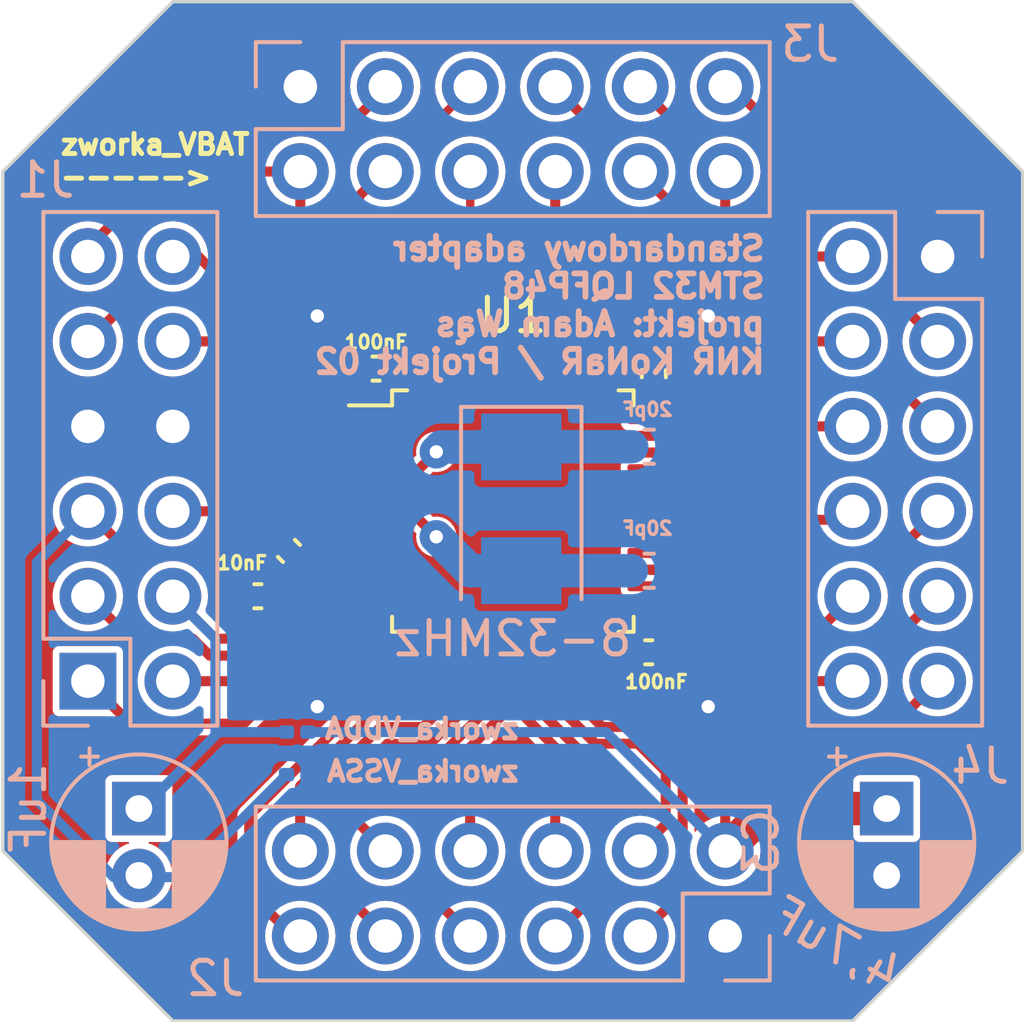
<source format=kicad_pcb>
(kicad_pcb (version 20221018) (generator pcbnew)
  (layers (0 "F.Cu" signal) (31 "B.Cu" signal) (34 "B.Paste" user) (35 "F.Paste" user) (36 "B.SilkS" user "B.Silkscreen") (37 "F.SilkS" user "F.Silkscreen") (38 "B.Mask" user) (39 "F.Mask" user) (44 "Edge.Cuts" user))
  (net 0 "")
  (net 1 "VBAT")
  (net 2 "PC13")
  (net 3 "PC14")
  (net 4 "PC15")
  (net 5 "Net-(U1-PF0)")
  (net 6 "NRST")
  (net 7 "VSSA")
  (net 8 "VDDA")
  (net 9 "PA0")
  (net 10 "PA1")
  (net 11 "PA2")
  (net 12 "PA3")
  (net 13 "PA4")
  (net 14 "PA5")
  (net 15 "PA6")
  (net 16 "PA7")
  (net 17 "PB0")
  (net 18 "PB1")
  (net 19 "PB2")
  (net 20 "PB10")
  (net 21 "PB11")
  (net 22 "VDD")
  (net 23 "PB12")
  (net 24 "PB13")
  (net 25 "PB14")
  (net 26 "PB15")
  (net 27 "PA8")
  (net 28 "PA9")
  (net 29 "PA10")
  (net 30 "PA11")
  (net 31 "PA12")
  (net 32 "PA13")
  (net 33 "PA14")
  (net 34 "PA15")
  (net 35 "PB3")
  (net 36 "PB4")
  (net 37 "PB5")
  (net 38 "PB6")
  (net 39 "PB7")
  (net 40 "BOOT0")
  (net 41 "PB8")
  (net 42 "PB9")
  (net 43 "VSS")
  (net 44 "Net-(U1-PF1)")
  (footprint "Resistor_SMD:R_0201_0603Metric" (layer "F.Cu") (at 87.884 48.834 90)
    (fp_text reference "ZWORKA_VBAT1" hide)
    (fp_text value "SAME PADY DO ZWARCIA" hide)
    (pad "1" smd roundrect (at -0.32 0 90) (size 0.46 0.4) (layers "F.Cu" "F.Mask") (net 1 "VBAT"))
    (pad "2" smd roundrect (at 0.32 0 90) (size 0.46 0.4) (layers "F.Cu" "F.Mask") (net 22 "VDD"))
  )
  (footprint "Capacitor_SMD:C_0402_1005Metric" (layer "F.Cu") (at 92.4332 54.1528 180)
    (fp_text reference "C6" hide)
    (fp_text value "100nF" hide)
    (pad "1" smd roundrect (at -0.48 0 180) (size 0.56 0.62) (layers "F.Cu" "F.Paste" "F.Mask") (net 22 "VDD"))
    (pad "2" smd roundrect (at 0.48 0 180) (size 0.56 0.62) (layers "F.Cu" "F.Paste" "F.Mask") (net 43 "VSS"))
  )
  (footprint "Capacitor_SMD:C_0402_1005Metric" (layer "F.Cu") (at 88.9 60.96 180)
    (fp_text reference "C8" hide)
    (fp_text value "10nF" hide)
    (pad "1" smd roundrect (at -0.48 0 180) (size 0.56 0.62) (layers "F.Cu" "F.Paste" "F.Mask") (net 8 "VDDA"))
    (pad "2" smd roundrect (at 0.48 0 180) (size 0.56 0.62) (layers "F.Cu" "F.Paste" "F.Mask") (net 7 "VSSA"))
  )
  (footprint "Capacitor_SMD:C_0402_1005Metric" (layer "F.Cu") (at 89.830589 59.604589 135)
    (fp_text reference "C9" hide)
    (fp_text value "10nF" hide)
    (pad "1" smd roundrect (at -0.48 0 135) (size 0.56 0.62) (layers "F.Cu" "F.Paste" "F.Mask") (net 8 "VDDA"))
    (pad "2" smd roundrect (at 0.48 0 135) (size 0.56 0.62) (layers "F.Cu" "F.Paste" "F.Mask") (net 7 "VSSA"))
  )
  (footprint "Capacitor_SMD:C_0402_1005Metric" (layer "F.Cu") (at 100.584 62.6364)
    (fp_text reference "C4" hide)
    (fp_text value "100nF" hide)
    (pad "1" smd roundrect (at -0.48 0) (size 0.56 0.62) (layers "F.Cu" "F.Paste" "F.Mask") (net 22 "VDD"))
    (pad "2" smd roundrect (at 0.48 0) (size 0.56 0.62) (layers "F.Cu" "F.Paste" "F.Mask") (net 43 "VSS"))
  )
  (footprint "Package_QFP:LQFP-48_7x7mm_P0.5mm" (layer "F.Cu") (at 96.5231 58.4132)
    (fp_text reference "U1" (at 0 -5.85) (layer "F.SilkS"))
    (fp_text value "STM32F302CBTx")
    (pad "1" smd roundrect (at -4.1625 -2.75) (size 1.475 0.3) (layers "F.Cu" "F.Paste" "F.Mask") (net 1 "VBAT"))
    (pad "2" smd roundrect (at -4.1625 -2.25) (size 1.475 0.3) (layers "F.Cu" "F.Paste" "F.Mask") (net 2 "PC13"))
    (pad "3" smd roundrect (at -4.1625 -1.75) (size 1.475 0.3) (layers "F.Cu" "F.Paste" "F.Mask") (net 3 "PC14"))
    (pad "4" smd roundrect (at -4.1625 -1.25) (size 1.475 0.3) (layers "F.Cu" "F.Paste" "F.Mask") (net 4 "PC15"))
    (pad "5" smd roundrect (at -4.1625 -0.75) (size 1.475 0.3) (layers "F.Cu" "F.Paste" "F.Mask") (net 5 "Net-(U1-PF0)"))
    (pad "6" smd roundrect (at -4.1625 -0.25) (size 1.475 0.3) (layers "F.Cu" "F.Paste" "F.Mask") (net 44 "Net-(U1-PF1)"))
    (pad "7" smd roundrect (at -4.1625 0.25) (size 1.475 0.3) (layers "F.Cu" "F.Paste" "F.Mask") (net 6 "NRST"))
    (pad "8" smd roundrect (at -4.1625 0.75) (size 1.475 0.3) (layers "F.Cu" "F.Paste" "F.Mask") (net 7 "VSSA"))
    (pad "9" smd roundrect (at -4.1625 1.25) (size 1.475 0.3) (layers "F.Cu" "F.Paste" "F.Mask") (net 8 "VDDA"))
    (pad "10" smd roundrect (at -4.1625 1.75) (size 1.475 0.3) (layers "F.Cu" "F.Paste" "F.Mask") (net 9 "PA0"))
    (pad "11" smd roundrect (at -4.1625 2.25) (size 1.475 0.3) (layers "F.Cu" "F.Paste" "F.Mask") (net 10 "PA1"))
    (pad "12" smd roundrect (at -4.1625 2.75) (size 1.475 0.3) (layers "F.Cu" "F.Paste" "F.Mask") (net 11 "PA2"))
    (pad "13" smd roundrect (at -2.75 4.1625) (size 0.3 1.475) (layers "F.Cu" "F.Paste" "F.Mask") (net 12 "PA3"))
    (pad "14" smd roundrect (at -2.25 4.1625) (size 0.3 1.475) (layers "F.Cu" "F.Paste" "F.Mask") (net 13 "PA4"))
    (pad "15" smd roundrect (at -1.75 4.1625) (size 0.3 1.475) (layers "F.Cu" "F.Paste" "F.Mask") (net 14 "PA5"))
    (pad "16" smd roundrect (at -1.25 4.1625) (size 0.3 1.475) (layers "F.Cu" "F.Paste" "F.Mask") (net 15 "PA6"))
    (pad "17" smd roundrect (at -0.75 4.1625) (size 0.3 1.475) (layers "F.Cu" "F.Paste" "F.Mask") (net 16 "PA7"))
    (pad "18" smd roundrect (at -0.25 4.1625) (size 0.3 1.475) (layers "F.Cu" "F.Paste" "F.Mask") (net 17 "PB0"))
    (pad "19" smd roundrect (at 0.25 4.1625) (size 0.3 1.475) (layers "F.Cu" "F.Paste" "F.Mask") (net 18 "PB1"))
    (pad "20" smd roundrect (at 0.75 4.1625) (size 0.3 1.475) (layers "F.Cu" "F.Paste" "F.Mask") (net 19 "PB2"))
    (pad "21" smd roundrect (at 1.25 4.1625) (size 0.3 1.475) (layers "F.Cu" "F.Paste" "F.Mask") (net 20 "PB10"))
    (pad "22" smd roundrect (at 1.75 4.1625) (size 0.3 1.475) (layers "F.Cu" "F.Paste" "F.Mask") (net 21 "PB11"))
    (pad "23" smd roundrect (at 2.25 4.1625) (size 0.3 1.475) (layers "F.Cu" "F.Paste" "F.Mask") (net 43 "VSS"))
    (pad "24" smd roundrect (at 2.75 4.1625) (size 0.3 1.475) (layers "F.Cu" "F.Paste" "F.Mask") (net 22 "VDD"))
    (pad "25" smd roundrect (at 4.1625 2.75) (size 1.475 0.3) (layers "F.Cu" "F.Paste" "F.Mask") (net 23 "PB12"))
    (pad "26" smd roundrect (at 4.1625 2.25) (size 1.475 0.3) (layers "F.Cu" "F.Paste" "F.Mask") (net 24 "PB13"))
    (pad "27" smd roundrect (at 4.1625 1.75) (size 1.475 0.3) (layers "F.Cu" "F.Paste" "F.Mask") (net 25 "PB14"))
    (pad "28" smd roundrect (at 4.1625 1.25) (size 1.475 0.3) (layers "F.Cu" "F.Paste" "F.Mask") (net 26 "PB15"))
    (pad "29" smd roundrect (at 4.1625 0.75) (size 1.475 0.3) (layers "F.Cu" "F.Paste" "F.Mask") (net 27 "PA8"))
    (pad "30" smd roundrect (at 4.1625 0.25) (size 1.475 0.3) (layers "F.Cu" "F.Paste" "F.Mask") (net 28 "PA9"))
    (pad "31" smd roundrect (at 4.1625 -0.25) (size 1.475 0.3) (layers "F.Cu" "F.Paste" "F.Mask") (net 29 "PA10"))
    (pad "32" smd roundrect (at 4.1625 -0.75) (size 1.475 0.3) (layers "F.Cu" "F.Paste" "F.Mask") (net 30 "PA11"))
    (pad "33" smd roundrect (at 4.1625 -1.25) (size 1.475 0.3) (layers "F.Cu" "F.Paste" "F.Mask") (net 31 "PA12"))
    (pad "34" smd roundrect (at 4.1625 -1.75) (size 1.475 0.3) (layers "F.Cu" "F.Paste" "F.Mask") (net 32 "PA13"))
    (pad "35" smd roundrect (at 4.1625 -2.25) (size 1.475 0.3) (layers "F.Cu" "F.Paste" "F.Mask") (net 43 "VSS"))
    (pad "36" smd roundrect (at 4.1625 -2.75) (size 1.475 0.3) (layers "F.Cu" "F.Paste" "F.Mask") (net 22 "VDD"))
    (pad "37" smd roundrect (at 2.75 -4.1625) (size 0.3 1.475) (layers "F.Cu" "F.Paste" "F.Mask") (net 33 "PA14"))
    (pad "38" smd roundrect (at 2.25 -4.1625) (size 0.3 1.475) (layers "F.Cu" "F.Paste" "F.Mask") (net 34 "PA15"))
    (pad "39" smd roundrect (at 1.75 -4.1625) (size 0.3 1.475) (layers "F.Cu" "F.Paste" "F.Mask") (net 35 "PB3"))
    (pad "40" smd roundrect (at 1.25 -4.1625) (size 0.3 1.475) (layers "F.Cu" "F.Paste" "F.Mask") (net 36 "PB4"))
    (pad "41" smd roundrect (at 0.75 -4.1625) (size 0.3 1.475) (layers "F.Cu" "F.Paste" "F.Mask") (net 37 "PB5"))
    (pad "42" smd roundrect (at 0.25 -4.1625) (size 0.3 1.475) (layers "F.Cu" "F.Paste" "F.Mask") (net 38 "PB6"))
    (pad "43" smd roundrect (at -0.25 -4.1625) (size 0.3 1.475) (layers "F.Cu" "F.Paste" "F.Mask") (net 39 "PB7"))
    (pad "44" smd roundrect (at -0.75 -4.1625) (size 0.3 1.475) (layers "F.Cu" "F.Paste" "F.Mask") (net 40 "BOOT0"))
    (pad "45" smd roundrect (at -1.25 -4.1625) (size 0.3 1.475) (layers "F.Cu" "F.Paste" "F.Mask") (net 41 "PB8"))
    (pad "46" smd roundrect (at -1.75 -4.1625) (size 0.3 1.475) (layers "F.Cu" "F.Paste" "F.Mask") (net 42 "PB9"))
    (pad "47" smd roundrect (at -2.25 -4.1625) (size 0.3 1.475) (layers "F.Cu" "F.Paste" "F.Mask") (net 43 "VSS"))
    (pad "48" smd roundrect (at -2.75 -4.1625) (size 0.3 1.475) (layers "F.Cu" "F.Paste" "F.Mask") (net 22 "VDD"))
  )
  (footprint "Capacitor_SMD:C_0402_1005Metric" (layer "F.Cu") (at 100.7364 54.3052 90)
    (fp_text reference "C7" hide)
    (fp_text value "100nF" hide)
    (pad "1" smd roundrect (at -0.48 0 90) (size 0.56 0.62) (layers "F.Cu" "F.Paste" "F.Mask") (net 22 "VDD"))
    (pad "2" smd roundrect (at 0.48 0 90) (size 0.56 0.62) (layers "F.Cu" "F.Paste" "F.Mask") (net 43 "VSS"))
  )
  (footprint "Capacitor_THT:CP_Radial_D5.0mm_P2.00mm" (layer "B.Cu") (at 85.344 67.31 -90)
    (fp_text reference "C17" hide)
    (fp_text value "1uF" (at 0 3.302 -90) (layer "B.SilkS") (effects (justify mirror)))
    (pad "1" thru_hole rect (at 0 0 270) (size 1.6 1.6) (drill 0.8) (layers "*.Cu" "*.Mask") (net 8 "VDDA"))
    (pad "2" thru_hole circle (at 2 0 270) (size 1.6 1.6) (drill 0.8) (layers "*.Cu" "*.Mask") (net 7 "VSSA"))
  )
  (footprint "Resistor_SMD:R_0201_0603Metric" (layer "B.Cu") (at 90.079 65.024)
    (fp_text reference "ZWORKA_VDDA1" hide)
    (fp_text value "SAME PADY DO ZWARCIA" hide)
    (pad "1" smd roundrect (at -0.32 0) (size 0.46 0.4) (layers "B.Cu" "B.Mask") (net 8 "VDDA"))
    (pad "2" smd roundrect (at 0.32 0) (size 0.46 0.4) (layers "B.Cu" "B.Mask") (net 22 "VDD"))
  )
  (footprint "Connector_PinHeader_2.54mm:PinHeader_2x06_P2.54mm_Vertical" (layer "B.Cu") (at 109.22 50.8 180)
    (fp_text reference "J4" (at -1.27 -15.24) (layer "B.SilkS") (effects (justify mirror)))
    (fp_text value "Conn_02x06_Odd_Even_MountingPin" hide)
    (pad "1" thru_hole rect (at 0 0 180) (size 1.7 1.7) (drill 1) (layers "*.Cu" "*.Mask") (net 43 "VSS"))
    (pad "2" thru_hole oval (at 2.54 0 180) (size 1.7 1.7) (drill 1) (layers "*.Cu" "*.Mask") (net 22 "VDD"))
    (pad "3" thru_hole oval (at 0 -2.54 180) (size 1.7 1.7) (drill 1) (layers "*.Cu" "*.Mask") (net 32 "PA13"))
    (pad "4" thru_hole oval (at 2.54 -2.54 180) (size 1.7 1.7) (drill 1) (layers "*.Cu" "*.Mask") (net 31 "PA12"))
    (pad "5" thru_hole oval (at 0 -5.08 180) (size 1.7 1.7) (drill 1) (layers "*.Cu" "*.Mask") (net 30 "PA11"))
    (pad "6" thru_hole oval (at 2.54 -5.08 180) (size 1.7 1.7) (drill 1) (layers "*.Cu" "*.Mask") (net 29 "PA10"))
    (pad "7" thru_hole oval (at 0 -7.62 180) (size 1.7 1.7) (drill 1) (layers "*.Cu" "*.Mask") (net 27 "PA8"))
    (pad "8" thru_hole oval (at 2.54 -7.62 180) (size 1.7 1.7) (drill 1) (layers "*.Cu" "*.Mask") (net 28 "PA9"))
    (pad "9" thru_hole oval (at 0 -10.16 180) (size 1.7 1.7) (drill 1) (layers "*.Cu" "*.Mask") (net 25 "PB14"))
    (pad "10" thru_hole oval (at 2.54 -10.16 180) (size 1.7 1.7) (drill 1) (layers "*.Cu" "*.Mask") (net 26 "PB15"))
    (pad "11" thru_hole oval (at 0 -12.7 180) (size 1.7 1.7) (drill 1) (layers "*.Cu" "*.Mask") (net 23 "PB12"))
    (pad "12" thru_hole oval (at 2.54 -12.7 180) (size 1.7 1.7) (drill 1) (layers "*.Cu" "*.Mask") (net 24 "PB13"))
  )
  (footprint "Capacitor_THT:CP_Radial_D5.0mm_P2.00mm" (layer "B.Cu") (at 107.696 67.31 -90)
    (fp_text reference "C3" (at 1 3.75 90) (layer "B.SilkS") (effects (justify mirror)))
    (fp_text value "4,7uF" (at 4.064 1.524 -30) (layer "B.SilkS") (effects (justify mirror)))
    (pad "1" thru_hole rect (at 0 0 270) (size 1.6 1.6) (drill 0.8) (layers "*.Cu" "*.Mask") (net 22 "VDD"))
    (pad "2" thru_hole circle (at 2 0 270) (size 1.6 1.6) (drill 0.8) (layers "*.Cu" "*.Mask") (net 43 "VSS"))
  )
  (footprint "Connector_PinHeader_2.54mm:PinHeader_2x06_P2.54mm_Vertical" (layer "B.Cu") (at 90.17 45.72 -90)
    (fp_text reference "J3" (at -1.27 -15.24) (layer "B.SilkS") (effects (justify mirror)))
    (fp_text value "Conn_02x06_Odd_Even_MountingPin" hide)
    (pad "1" thru_hole rect (at 0 0 270) (size 1.7 1.7) (drill 1) (layers "*.Cu" "*.Mask") (net 43 "VSS"))
    (pad "2" thru_hole oval (at 2.54 0 270) (size 1.7 1.7) (drill 1) (layers "*.Cu" "*.Mask") (net 22 "VDD"))
    (pad "3" thru_hole oval (at 0 -2.54 270) (size 1.7 1.7) (drill 1) (layers "*.Cu" "*.Mask") (net 42 "PB9"))
    (pad "4" thru_hole oval (at 2.54 -2.54 270) (size 1.7 1.7) (drill 1) (layers "*.Cu" "*.Mask") (net 41 "PB8"))
    (pad "5" thru_hole oval (at 0 -5.08 270) (size 1.7 1.7) (drill 1) (layers "*.Cu" "*.Mask") (net 40 "BOOT0"))
    (pad "6" thru_hole oval (at 2.54 -5.08 270) (size 1.7 1.7) (drill 1) (layers "*.Cu" "*.Mask") (net 39 "PB7"))
    (pad "7" thru_hole oval (at 0 -7.62 270) (size 1.7 1.7) (drill 1) (layers "*.Cu" "*.Mask") (net 37 "PB5"))
    (pad "8" thru_hole oval (at 2.54 -7.62 270) (size 1.7 1.7) (drill 1) (layers "*.Cu" "*.Mask") (net 38 "PB6"))
    (pad "9" thru_hole oval (at 0 -10.16 270) (size 1.7 1.7) (drill 1) (layers "*.Cu" "*.Mask") (net 35 "PB3"))
    (pad "10" thru_hole oval (at 2.54 -10.16 270) (size 1.7 1.7) (drill 1) (layers "*.Cu" "*.Mask") (net 36 "PB4"))
    (pad "11" thru_hole oval (at 0 -12.7 270) (size 1.7 1.7) (drill 1) (layers "*.Cu" "*.Mask") (net 33 "PA14"))
    (pad "12" thru_hole oval (at 2.54 -12.7 270) (size 1.7 1.7) (drill 1) (layers "*.Cu" "*.Mask") (net 34 "PA15"))
  )
  (footprint "Resistor_SMD:R_0201_0603Metric" (layer "B.Cu") (at 90.079 66.294)
    (fp_text reference "ZWORKA_VSSA1" hide)
    (fp_text value "SAME PADY DO ZWARCIA" hide)
    (pad "1" smd roundrect (at -0.32 0) (size 0.46 0.4) (layers "B.Cu" "B.Mask") (net 7 "VSSA"))
    (pad "2" smd roundrect (at 0.32 0) (size 0.46 0.4) (layers "B.Cu" "B.Mask") (net 43 "VSS"))
  )
  (footprint "Connector_PinHeader_2.54mm:PinHeader_2x06_P2.54mm_Vertical" (layer "B.Cu") (at 102.87 71.12 90)
    (fp_text reference "J2" (at -1.27 -15.24) (layer "B.SilkS") (effects (justify mirror)))
    (fp_text value "Conn_02x06_Odd_Even_MountingPin" hide)
    (pad "1" thru_hole rect (at 0 0 90) (size 1.7 1.7) (drill 1) (layers "*.Cu" "*.Mask") (net 43 "VSS"))
    (pad "2" thru_hole oval (at 2.54 0 90) (size 1.7 1.7) (drill 1) (layers "*.Cu" "*.Mask") (net 22 "VDD"))
    (pad "3" thru_hole oval (at 0 -2.54 90) (size 1.7 1.7) (drill 1) (layers "*.Cu" "*.Mask") (net 21 "PB11"))
    (pad "4" thru_hole oval (at 2.54 -2.54 90) (size 1.7 1.7) (drill 1) (layers "*.Cu" "*.Mask") (net 20 "PB10"))
    (pad "5" thru_hole oval (at 0 -5.08 90) (size 1.7 1.7) (drill 1) (layers "*.Cu" "*.Mask") (net 19 "PB2"))
    (pad "6" thru_hole oval (at 2.54 -5.08 90) (size 1.7 1.7) (drill 1) (layers "*.Cu" "*.Mask") (net 18 "PB1"))
    (pad "7" thru_hole oval (at 0 -7.62 90) (size 1.7 1.7) (drill 1) (layers "*.Cu" "*.Mask") (net 16 "PA7"))
    (pad "8" thru_hole oval (at 2.54 -7.62 90) (size 1.7 1.7) (drill 1) (layers "*.Cu" "*.Mask") (net 17 "PB0"))
    (pad "9" thru_hole oval (at 0 -10.16 90) (size 1.7 1.7) (drill 1) (layers "*.Cu" "*.Mask") (net 14 "PA5"))
    (pad "10" thru_hole oval (at 2.54 -10.16 90) (size 1.7 1.7) (drill 1) (layers "*.Cu" "*.Mask") (net 15 "PA6"))
    (pad "11" thru_hole oval (at 0 -12.7 90) (size 1.7 1.7) (drill 1) (layers "*.Cu" "*.Mask") (net 12 "PA3"))
    (pad "12" thru_hole oval (at 2.54 -12.7 90) (size 1.7 1.7) (drill 1) (layers "*.Cu" "*.Mask") (net 13 "PA4"))
  )
  (footprint "Capacitor_SMD:C_0603_1608Metric" (layer "B.Cu") (at 100.597 56.4896)
    (fp_text reference "C10" hide)
    (fp_text value "20pF" hide)
    (pad "1" smd roundrect (at -0.775 0) (size 0.9 0.95) (layers "B.Cu" "B.Paste" "B.Mask") (net 5 "Net-(U1-PF0)"))
    (pad "2" smd roundrect (at 0.775 0) (size 0.9 0.95) (layers "B.Cu" "B.Paste" "B.Mask") (net 43 "VSS"))
  )
  (footprint "Capacitor_SMD:C_0603_1608Metric" (layer "B.Cu") (at 100.597 60.198)
    (fp_text reference "C11" hide)
    (fp_text value "20pF" hide)
    (pad "1" smd roundrect (at -0.775 0) (size 0.9 0.95) (layers "B.Cu" "B.Paste" "B.Mask") (net 44 "Net-(U1-PF1)"))
    (pad "2" smd roundrect (at 0.775 0) (size 0.9 0.95) (layers "B.Cu" "B.Paste" "B.Mask") (net 43 "VSS"))
  )
  (footprint "Crystal:Crystal_SMD_5032-2Pin_5.0x3.2mm" (layer "B.Cu") (at 96.774 58.348 -90)
    (fp_text reference "Y1" hide)
    (fp_text value "8-32MHz" (at 3.882 0.254 180) (layer "B.SilkS") (effects (justify mirror)))
    (pad "1" smd rect (at -1.85 0 270) (size 2 2.4) (layers "B.Cu" "B.Paste" "B.Mask") (net 5 "Net-(U1-PF0)"))
    (pad "2" smd rect (at 1.85 0 270) (size 2 2.4) (layers "B.Cu" "B.Paste" "B.Mask") (net 44 "Net-(U1-PF1)"))
  )
  (footprint "Connector_PinHeader_2.54mm:PinHeader_2x06_P2.54mm_Vertical" (layer "B.Cu") (at 83.82 63.5)
    (fp_text reference "J1" (at -1.27 -14.986) (layer "B.SilkS") (effects (justify mirror)))
    (fp_text value "Conn_02x06_Odd_Even_MountingPin" hide)
    (pad "1" thru_hole rect (at 0 0) (size 1.7 1.7) (drill 1) (layers "*.Cu" "*.Mask") (net 11 "PA2"))
    (pad "2" thru_hole oval (at 2.54 0) (size 1.7 1.7) (drill 1) (layers "*.Cu" "*.Mask") (net 10 "PA1"))
    (pad "3" thru_hole oval (at 0 -2.54) (size 1.7 1.7) (drill 1) (layers "*.Cu" "*.Mask") (net 9 "PA0"))
    (pad "4" thru_hole oval (at 2.54 -2.54) (size 1.7 1.7) (drill 1) (layers "*.Cu" "*.Mask") (net 8 "VDDA"))
    (pad "5" thru_hole oval (at 0 -5.08) (size 1.7 1.7) (drill 1) (layers "*.Cu" "*.Mask") (net 7 "VSSA"))
    (pad "6" thru_hole oval (at 2.54 -5.08) (size 1.7 1.7) (drill 1) (layers "*.Cu" "*.Mask") (net 6 "NRST"))
    (pad "7" thru_hole oval (at 0 -7.62) (size 1.7 1.7) (drill 1) (layers "*.Cu" "*.Mask") (net 43 "VSS"))
    (pad "8" thru_hole oval (at 2.54 -7.62) (size 1.7 1.7) (drill 1) (layers "*.Cu" "*.Mask") (net 43 "VSS"))
    (pad "9" thru_hole oval (at 0 -10.16) (size 1.7 1.7) (drill 1) (layers "*.Cu" "*.Mask") (net 3 "PC14"))
    (pad "10" thru_hole oval (at 2.54 -10.16) (size 1.7 1.7) (drill 1) (layers "*.Cu" "*.Mask") (net 4 "PC15"))
    (pad "11" thru_hole oval (at 0 -12.7) (size 1.7 1.7) (drill 1) (layers "*.Cu" "*.Mask") (net 1 "VBAT"))
    (pad "12" thru_hole oval (at 2.54 -12.7) (size 1.7 1.7) (drill 1) (layers "*.Cu" "*.Mask") (net 2 "PC13"))
  )
  (gr_line (start 106.68 73.66) (end 86.36 73.66) (stroke (width 0.1)) (layer "Edge.Cuts"))
  (gr_line (start 81.28 68.58) (end 81.28 48.26) (stroke (width 0.1)) (layer "Edge.Cuts"))
  (gr_line (start 81.28 48.26) (end 86.36 43.18) (stroke (width 0.1)) (layer "Edge.Cuts"))
  (gr_line (start 106.68 43.18) (end 111.76 48.26) (stroke (width 0.1)) (layer "Edge.Cuts"))
  (gr_line (start 111.76 48.26) (end 111.76 68.58) (stroke (width 0.1)) (layer "Edge.Cuts"))
  (gr_line (start 111.76 68.58) (end 106.68 73.66) (stroke (width 0.1)) (layer "Edge.Cuts"))
  (gr_line (start 86.36 43.18) (end 106.68 43.18) (stroke (width 0.1)) (layer "Edge.Cuts"))
  (gr_line (start 86.36 73.66) (end 81.28 68.58) (stroke (width 0.1)) (layer "Edge.Cuts"))
  (gr_text "20pF \n\n\n" (at 101.346 56.896) (layer "B.SilkS") (effects (font (size 0.4 0.4) (thickness 0.1) bold) (justify left bottom mirror)))
  (gr_text "zworka_VDDA" (at 96.774 65.278) (layer "B.SilkS") (effects (font (size 0.6 0.6) (thickness 0.15) bold) (justify left bottom mirror)))
  (gr_text "Standardowy adapter \nSTM32 LQFP48\nprojekt: Adam Wąs\nKNR KoNaR / Projekt 02\n" (at 104.14 54.356) (layer "B.SilkS") (effects (font (size 0.7 0.7) (thickness 0.175) bold) (justify left bottom mirror)))
  (gr_text "zworka_VSSA" (at 96.774 66.548) (layer "B.SilkS") (effects (font (size 0.6 0.6) (thickness 0.15) bold) (justify left bottom mirror)))
  (gr_text "20pF \n\n\n" (at 101.346 60.452) (layer "B.SilkS") (effects (font (size 0.4 0.4) (thickness 0.1) bold) (justify left bottom mirror)))
  (gr_text "100nF\n" (at 99.822 63.754) (layer "F.SilkS") (effects (font (size 0.4 0.4) (thickness 0.1) bold) (justify left bottom)))
  (gr_text "100nF\n" (at 91.44 53.594) (layer "F.SilkS") (effects (font (size 0.4 0.4) (thickness 0.1) bold) (justify left bottom)))
  (gr_text "zworka_VBAT\n----->" (at 82.931 48.768) (layer "F.SilkS") (effects (font (size 0.6 0.6) (thickness 0.15) bold) (justify left bottom)))
  (gr_text "10nF\n" (at 87.63 60.198) (layer "F.SilkS") (effects (font (size 0.4 0.4) (thickness 0.1) bold) (justify left bottom)))
  (segment (start 83.7776 50.8) (end 83.7776 50.5884) (width 0.3) (layer "F.Cu") (net 1))
  (segment (start 91.34421 55.666) (end 91.0255 55.34729) (width 0.3) (layer "F.Cu") (net 1))
  (segment (start 83.7776 50.5884) (end 85.09 49.276) (width 0.3) (layer "F.Cu") (net 1))
  (segment (start 88.138 49.53) (end 88.138 51.18979) (width 0.3) (layer "F.Cu") (net 1))
  (segment (start 92.401 55.666) (end 91.34421 55.666) (width 0.3) (layer "F.Cu") (net 1))
  (segment (start 85.09 49.276) (end 87.884 49.276) (width 0.3) (layer "F.Cu") (net 1))
  (segment (start 87.884 49.276) (end 88.138 49.53) (width 0.3) (layer "F.Cu") (net 1))
  (segment (start 88.138 51.18979) (end 88.197105 51.248895) (width 0.3) (layer "F.Cu") (net 1))
  (segment (start 91.0255 55.34729) (end 91.0255 54.07729) (width 0.3) (layer "F.Cu") (net 1))
  (segment (start 91.0255 54.07729) (end 88.197105 51.248895) (width 0.3) (layer "F.Cu") (net 1))
  (segment (start 87.122 50.8) (end 90.5255 54.2035) (width 0.3) (layer "F.Cu") (net 2))
  (segment (start 90.5255 55.554396) (end 90.5255 54.284396) (width 0.3) (layer "F.Cu") (net 2))
  (segment (start 86.36 50.8) (end 87.122 50.8) (width 0.3) (layer "F.Cu") (net 2))
  (segment (start 90.5255 54.2035) (end 90.5255 54.284396) (width 0.3) (layer "F.Cu") (net 2))
  (segment (start 91.137104 56.166) (end 90.5255 55.554396) (width 0.3) (layer "F.Cu") (net 2))
  (segment (start 86.694896 51.134896) (end 86.36 50.8) (width 0.3) (layer "F.Cu") (net 2))
  (segment (start 92.401 56.166) (end 91.137104 56.166) (width 0.3) (layer "F.Cu") (net 2))
  (segment (start 91.000708 56.666) (end 90.0755 55.740792) (width 0.3) (layer "F.Cu") (net 3))
  (segment (start 90.0755 54.470792) (end 87.749364 52.144656) (width 0.3) (layer "F.Cu") (net 3))
  (segment (start 83.82 53.34) (end 85.09 52.07) (width 0.3) (layer "F.Cu") (net 3))
  (segment (start 87.674708 52.07) (end 87.749364 52.144656) (width 0.3) (layer "F.Cu") (net 3))
  (segment (start 90.0755 55.740792) (end 90.0755 54.470792) (width 0.3) (layer "F.Cu") (net 3))
  (segment (start 85.09 52.07) (end 87.674708 52.07) (width 0.3) (layer "F.Cu") (net 3))
  (segment (start 92.401 56.666) (end 91.000708 56.666) (width 0.3) (layer "F.Cu") (net 3))
  (segment (start 89.5755 54.677898) (end 88.237602 53.34) (width 0.3) (layer "F.Cu") (net 4))
  (segment (start 88.237602 53.34) (end 86.36 53.34) (width 0.3) (layer "F.Cu") (net 4))
  (segment (start 92.401 57.166) (end 90.793602 57.166) (width 0.3) (layer "F.Cu") (net 4))
  (segment (start 89.5755 55.947898) (end 89.5755 54.677898) (width 0.3) (layer "F.Cu") (net 4))
  (segment (start 90.793602 57.166) (end 89.5755 55.947898) (width 0.3) (layer "F.Cu") (net 4))
  (segment (start 92.3575 57.67) (end 93.206 57.67) (width 0.3) (layer "F.Cu") (net 5))
  (segment (start 93.206 57.67) (end 94.234 56.642) (width 0.3) (layer "F.Cu") (net 5))
  (segment (start 94.188686 56.642) (end 94.234 56.642) (width 0.25) (layer "F.Cu") (net 5))
  (via (at 94.234 56.642) (size 0.8) (drill 0.4) (layers "F.Cu" "B.Cu") (net 5))
  (segment (start 94.378 56.498) (end 95.504 56.498) (width 1) (layer "B.Cu") (net 5))
  (segment (start 95.504 56.498) (end 95.5124 56.4896) (width 1) (layer "B.Cu") (net 5))
  (segment (start 95.504 56.498) (end 97.79 56.498) (width 1) (layer "B.Cu") (net 5))
  (segment (start 95.5124 56.4896) (end 100.076 56.4896) (width 1) (layer "B.Cu") (net 5))
  (segment (start 94.234 56.642) (end 94.378 56.498) (width 1) (layer "B.Cu") (net 5))
  (segment (start 91.243213 58.6632) (end 91.000013 58.42) (width 0.3) (layer "F.Cu") (net 6))
  (segment (start 91.000013 58.42) (end 86.36 58.42) (width 0.3) (layer "F.Cu") (net 6))
  (segment (start 92.3606 58.6632) (end 91.243213 58.6632) (width 0.3) (layer "F.Cu") (net 6))
  (segment (start 85.09 59.69) (end 89.066356 59.69) (width 0.3) (layer "F.Cu") (net 7))
  (segment (start 92.3606 59.1632) (end 89.593156 59.1632) (width 0.3) (layer "F.Cu") (net 7))
  (segment (start 89.593156 59.1632) (end 89.491178 59.265178) (width 0.25) (layer "F.Cu") (net 7))
  (segment (start 83.82 58.42) (end 85.09 59.69) (width 0.3) (layer "F.Cu") (net 7))
  (segment (start 89.066356 59.69) (end 89.491178 59.265178) (width 0.25) (layer "F.Cu") (net 7))
  (segment (start 86.6922 69.3608) (end 89.759 66.294) (width 0.3) (layer "B.Cu") (net 7))
  (segment (start 85.3948 69.3608) (end 86.6922 69.3608) (width 0.3) (layer "B.Cu") (net 7))
  (segment (start 83.82 58.42) (end 82.296 59.944) (width 0.3) (layer "B.Cu") (net 7))
  (segment (start 82.296 59.944) (end 82.296 67.062) (width 0.3) (layer "B.Cu") (net 7))
  (segment (start 84.5948 69.3608) (end 85.3948 69.3608) (width 0.3) (layer "B.Cu") (net 7))
  (segment (start 82.296 67.062) (end 84.5948 69.3608) (width 0.3) (layer "B.Cu") (net 7))
  (segment (start 89.0748 62.23) (end 87.63 62.23) (width 0.3) (layer "F.Cu") (net 8))
  (segment (start 89.5828 61.722) (end 89.0748 62.23) (width 0.3) (layer "F.Cu") (net 8))
  (segment (start 92.4083 59.67) (end 90.800902 59.67) (width 0.3) (layer "F.Cu") (net 8))
  (segment (start 87.63 62.23) (end 86.36 60.96) (width 0.3) (layer "F.Cu") (net 8))
  (segment (start 89.5828 60.888102) (end 89.5828 61.468) (width 0.3) (layer "F.Cu") (net 8))
  (segment (start 90.800902 59.67) (end 89.5828 60.888102) (width 0.3) (layer "F.Cu") (net 8))
  (segment (start 89.5828 61.468) (end 89.5788 61.464) (width 0.3) (layer "F.Cu") (net 8))
  (segment (start 86.872 60.96) (end 86.868 60.964) (width 0.25) (layer "F.Cu") (net 8))
  (segment (start 89.5828 61.722) (end 89.5828 61.468) (width 0.3) (layer "F.Cu") (net 8))
  (segment (start 86.36 60.96) (end 87.63 62.23) (width 0.3) (layer "B.Cu") (net 8))
  (segment (start 87.7316 65.024) (end 87.56 65.1956) (width 0.3) (layer "B.Cu") (net 8))
  (segment (start 87.63 62.23) (end 87.63 65.1256) (width 0.3) (layer "B.Cu") (net 8))
  (segment (start 87.56 65.1956) (end 85.3948 67.3608) (width 0.3) (layer "B.Cu") (net 8))
  (segment (start 87.63 65.1256) (end 87.56 65.1956) (width 0.3) (layer "B.Cu") (net 8))
  (segment (start 89.759 65.024) (end 87.7316 65.024) (width 0.3) (layer "B.Cu") (net 8))
  (segment (start 89.238551 62.738) (end 87.466248 62.738) (width 0.3) (layer "F.Cu") (net 9))
  (segment (start 85.09 62.23) (end 83.82 60.96) (width 0.3) (layer "F.Cu") (net 9))
  (segment (start 92.4083 60.17) (end 91.008008 60.17) (width 0.3) (layer "F.Cu") (net 9))
  (segment (start 87.466248 62.738) (end 86.958248 62.23) (width 0.3) (layer "F.Cu") (net 9))
  (segment (start 90.0828 61.095208) (end 90.0828 61.893751) (width 0.3) (layer "F.Cu") (net 9))
  (segment (start 91.008008 60.17) (end 90.0828 61.095208) (width 0.3) (layer "F.Cu") (net 9))
  (segment (start 90.0828 61.893751) (end 89.238551 62.738) (width 0.3) (layer "F.Cu") (net 9))
  (segment (start 86.958248 62.23) (end 85.09 62.23) (width 0.3) (layer "F.Cu") (net 9))
  (segment (start 89.112947 63.5) (end 86.36 63.5) (width 0.3) (layer "F.Cu") (net 10))
  (segment (start 90.5328 61.281604) (end 90.5328 62.080147) (width 0.3) (layer "F.Cu") (net 10))
  (segment (start 91.144404 60.67) (end 90.5328 61.281604) (width 0.3) (layer "F.Cu") (net 10))
  (segment (start 92.4083 60.67) (end 91.144404 60.67) (width 0.3) (layer "F.Cu") (net 10))
  (segment (start 90.5328 62.080147) (end 89.112947 63.5) (width 0.3) (layer "F.Cu") (net 10))
  (segment (start 91.2808 61.17) (end 90.9828 61.468) (width 0.3) (layer "F.Cu") (net 11))
  (segment (start 90.9828 61.468) (end 90.9828 62.266543) (width 0.3) (layer "F.Cu") (net 11))
  (segment (start 85.09 64.77) (end 83.82 63.5) (width 0.3) (layer "F.Cu") (net 11))
  (segment (start 90.9828 62.266543) (end 88.479343 64.77) (width 0.3) (layer "F.Cu") (net 11))
  (segment (start 92.4083 61.17) (end 91.2808 61.17) (width 0.3) (layer "F.Cu") (net 11))
  (segment (start 88.479343 64.77) (end 85.09 64.77) (width 0.3) (layer "F.Cu") (net 11))
  (segment (start 93.766 63.6715) (end 93.468 63.9695) (width 0.3) (layer "F.Cu") (net 12))
  (segment (start 92.198 63.9695) (end 88.642 67.5255) (width 0.3) (layer "F.Cu") (net 12))
  (segment (start 93.766 62.544) (end 93.766 63.6715) (width 0.3) (layer "F.Cu") (net 12))
  (segment (start 88.642 67.5255) (end 88.642 69.8115) (width 0.3) (layer "F.Cu") (net 12))
  (segment (start 93.468 63.9695) (end 92.198 63.9695) (width 0.3) (layer "F.Cu") (net 12))
  (segment (start 88.642 69.8115) (end 89.912 71.0815) (width 0.3) (layer "F.Cu") (net 12))
  (segment (start 94.266 63.807896) (end 93.654396 64.4195) (width 0.3) (layer "F.Cu") (net 13))
  (segment (start 94.266 62.544) (end 94.266 63.807896) (width 0.3) (layer "F.Cu") (net 13))
  (segment (start 92.384396 64.4195) (end 90.166 66.637896) (width 0.3) (layer "F.Cu") (net 13))
  (segment (start 90.166 66.637896) (end 90.166 68.5415) (width 0.3) (layer "F.Cu") (net 13))
  (segment (start 93.654396 64.4195) (end 92.384396 64.4195) (width 0.3) (layer "F.Cu") (net 13))
  (segment (start 94.766 62.544) (end 94.766 63.944292) (width 0.3) (layer "F.Cu") (net 14))
  (segment (start 94.766 63.944292) (end 93.840792 64.8695) (width 0.3) (layer "F.Cu") (net 14))
  (segment (start 91.436 69.5575) (end 91.436 69.8115) (width 0.3) (layer "F.Cu") (net 14))
  (segment (start 91.437396 69.556104) (end 91.436 69.5575) (width 0.3) (layer "F.Cu") (net 14))
  (segment (start 92.570792 64.8695) (end 91.437396 66.002896) (width 0.3) (layer "F.Cu") (net 14))
  (segment (start 91.437396 66.002896) (end 91.437396 69.556104) (width 0.3) (layer "F.Cu") (net 14))
  (segment (start 91.436 69.8115) (end 92.706 71.0815) (width 0.3) (layer "F.Cu") (net 14))
  (segment (start 93.840792 64.8695) (end 92.570792 64.8695) (width 0.3) (layer "F.Cu") (net 14))
  (segment (start 94.047898 65.3695) (end 92.777898 65.3695) (width 0.3) (layer "F.Cu") (net 15))
  (segment (start 95.266 64.151398) (end 94.047898 65.3695) (width 0.3) (layer "F.Cu") (net 15))
  (segment (start 92.777898 65.3695) (end 91.944 66.203398) (width 0.3) (layer "F.Cu") (net 15))
  (segment (start 91.944 67.7795) (end 92.706 68.5415) (width 0.3) (layer "F.Cu") (net 15))
  (segment (start 95.266 62.544) (end 95.266 64.151398) (width 0.3) (layer "F.Cu") (net 15))
  (segment (start 91.944 66.203398) (end 91.944 67.7795) (width 0.3) (layer "F.Cu") (net 15))
  (segment (start 95.766 62.544) (end 95.766 64.32315) (width 0.3) (layer "F.Cu") (net 16))
  (segment (start 93.976 69.8115) (end 95.246 71.0815) (width 0.3) (layer "F.Cu") (net 16))
  (segment (start 95.766 64.32315) (end 93.976 66.113149) (width 0.3) (layer "F.Cu") (net 16))
  (segment (start 93.976 66.113149) (end 93.976 69.8115) (width 0.3) (layer "F.Cu") (net 16))
  (segment (start 96.266 64.459546) (end 96.266 62.544) (width 0.3) (layer "F.Cu") (net 17))
  (segment (start 95.246 65.479546) (end 96.266 64.459546) (width 0.3) (layer "F.Cu") (net 17))
  (segment (start 95.246 68.5415) (end 95.246 65.479546) (width 0.3) (layer "F.Cu") (net 17))
  (segment (start 97.79 68.54) (end 97.79 65.478046) (width 0.3) (layer "F.Cu") (net 18))
  (segment (start 97.79 65.478046) (end 96.77 64.458046) (width 0.3) (layer "F.Cu") (net 18))
  (segment (start 96.77 64.458046) (end 96.77 62.5425) (width 0.3) (layer "F.Cu") (net 18))
  (segment (start 99.06 69.81) (end 97.79 71.08) (width 0.3) (layer "F.Cu") (net 19))
  (segment (start 99.06 66.111649) (end 99.06 69.81) (width 0.3) (layer "F.Cu") (net 19))
  (segment (start 97.27 62.5425) (end 97.27 64.32165) (width 0.3) (layer "F.Cu") (net 19))
  (segment (start 97.27 64.32165) (end 99.06 66.111649) (width 0.3) (layer "F.Cu") (net 19))
  (segment (start 97.77 64.149898) (end 98.988102 65.368) (width 0.3) (layer "F.Cu") (net 20))
  (segment (start 97.77 62.5425) (end 97.77 64.149898) (width 0.3) (layer "F.Cu") (net 20))
  (segment (start 98.988102 65.368) (end 100.258102 65.368) (width 0.3) (layer "F.Cu") (net 20))
  (segment (start 101.092 67.778) (end 100.33 68.54) (width 0.3) (layer "F.Cu") (net 20))
  (segment (start 101.092 66.201898) (end 101.092 67.778) (width 0.3) (layer "F.Cu") (net 20))
  (segment (start 100.258102 65.368) (end 101.092 66.201898) (width 0.3) (layer "F.Cu") (net 20))
  (segment (start 98.27 62.5425) (end 98.27 63.942792) (width 0.3) (layer "F.Cu") (net 21))
  (segment (start 101.6 69.81) (end 100.33 71.08) (width 0.3) (layer "F.Cu") (net 21))
  (segment (start 101.598604 69.554604) (end 101.6 69.556) (width 0.3) (layer "F.Cu") (net 21))
  (segment (start 101.598604 66.001396) (end 101.598604 69.554604) (width 0.3) (layer "F.Cu") (net 21))
  (segment (start 100.465208 64.868) (end 101.598604 66.001396) (width 0.3) (layer "F.Cu") (net 21))
  (segment (start 98.27 63.942792) (end 99.195208 64.868) (width 0.3) (layer "F.Cu") (net 21))
  (segment (start 99.195208 64.868) (end 100.465208 64.868) (width 0.3) (layer "F.Cu") (net 21))
  (segment (start 101.6 69.556) (end 101.6 69.81) (width 0.3) (layer "F.Cu") (net 21))
  (segment (start 102.0695 54.098) (end 105.3675 50.8) (width 0.3) (layer "F.Cu") (net 22))
  (segment (start 93.472 52.872) (end 92.202 52.872) (width 0.3) (layer "F.Cu") (net 22))
  (segment (start 100.838 63.968) (end 102.87 66) (width 0.3) (layer "F.Cu") (net 22))
  (segment (start 92.9132 54.1528) (end 93.6752 54.1528) (width 0.5) (layer "F.Cu") (net 22))
  (segment (start 105.3675 50.8) (end 106.68 50.8) (width 0.3) (layer "F.Cu") (net 22))
  (segment (start 93.77 53.17) (end 93.472 52.872) (width 0.3) (layer "F.Cu") (net 22))
  (segment (start 100.7364 54.7852) (end 100.7364 55.6124) (width 0.4) (layer "F.Cu") (net 22))
  (segment (start 100.644 55.666) (end 101.7715 55.666) (width 0.3) (layer "F.Cu") (net 22))
  (segment (start 102.0695 55.368) (end 102.0695 54.098) (width 0.3) (layer "F.Cu") (net 22))
  (segment (start 102.87 66) (end 102.87 68.58) (width 0.3) (layer "F.Cu") (net 22))
  (segment (start 99.568 63.968) (end 100.838 63.968) (width 0.3) (layer "F.Cu") (net 22))
  (segment (start 100.7364 55.6124) (end 100.6856 55.6632) (width 0.25) (layer "F.Cu") (net 22))
  (segment (start 107.696 67.31) (end 104.14 67.31) (width 1) (layer "F.Cu") (net 22))
  (segment (start 90.17 50.84) (end 90.17 48.26) (width 0.3) (layer "F.Cu") (net 22))
  (segment (start 93.77 54.2975) (end 93.77 53.17) (width 0.3) (layer "F.Cu") (net 22))
  (segment (start 88.113 48.26) (end 87.859 48.514) (width 0.3) (layer "F.Cu") (net 22))
  (segment (start 104.14 67.31) (end 102.87 68.58) (width 1) (layer "F.Cu") (net 22))
  (segment (start 92.202 52.872) (end 90.17 50.84) (width 0.3) (layer "F.Cu") (net 22))
  (segment (start 99.27 62.5425) (end 99.27 63.67) (width 0.3) (layer "F.Cu") (net 22))
  (segment (start 101.7715 55.666) (end 102.0695 55.368) (width 0.3) (layer "F.Cu") (net 22))
  (segment (start 100.104 62.6364) (end 99.3338 62.6364) (width 0.5) (layer "F.Cu") (net 22))
  (segment (start 93.6752 54.1528) (end 93.7731 54.2507) (width 0.25) (layer "F.Cu") (net 22))
  (segment (start 99.27 63.67) (end 99.568 63.968) (width 0.3) (layer "F.Cu") (net 22))
  (segment (start 90.17 48.26) (end 88.113 48.26) (width 0.3) (layer "F.Cu") (net 22))
  (segment (start 99.3338 62.6364) (end 99.2731 62.5757) (width 0.25) (layer "F.Cu") (net 22))
  (segment (start 90.399 65.024) (end 99.314 65.024) (width 0.3) (layer "B.Cu") (net 22))
  (segment (start 99.314 65.024) (end 102.87 68.58) (width 0.3) (layer "B.Cu") (net 22))
  (segment (start 100.636574 61.17) (end 101.764074 61.17) (width 0.3) (layer "F.Cu") (net 23))
  (segment (start 102.062074 62.266543) (end 104.565531 64.77) (width 0.3) (layer "F.Cu") (net 23))
  (segment (start 100.642227 61.174) (end 101.769727 61.174) (width 0.3) (layer "F.Cu") (net 23))
  (segment (start 107.954874 64.77) (end 109.224874 63.5) (width 0.3) (layer "F.Cu") (net 23))
  (segment (start 104.565531 64.77) (end 107.954874 64.77) (width 0.3) (layer "F.Cu") (net 23))
  (segment (start 101.764074 61.17) (end 102.062074 61.468) (width 0.3) (layer "F.Cu") (net 23))
  (segment (start 101.769727 61.174) (end 102.067727 61.472) (width 0.3) (layer "F.Cu") (net 23))
  (segment (start 102.062074 61.468) (end 102.062074 62.266543) (width 0.3) (layer "F.Cu") (net 23))
  (segment (start 102.512074 61.281604) (end 102.512074 62.080147) (width 0.3) (layer "F.Cu") (net 24))
  (segment (start 101.90047 60.67) (end 102.512074 61.281604) (width 0.3) (layer "F.Cu") (net 24))
  (segment (start 100.636574 60.67) (end 101.90047 60.67) (width 0.3) (layer "F.Cu") (net 24))
  (segment (start 100.642227 60.674) (end 101.906123 60.674) (width 0.3) (layer "F.Cu") (net 24))
  (segment (start 101.906123 60.674) (end 102.517727 61.285604) (width 0.3) (layer "F.Cu") (net 24))
  (segment (start 102.512074 62.080147) (end 103.931927 63.5) (width 0.3) (layer "F.Cu") (net 24))
  (segment (start 103.931927 63.5) (end 106.684874 63.5) (width 0.3) (layer "F.Cu") (net 24))
  (segment (start 102.042519 60.174) (end 102.967727 61.099208) (width 0.3) (layer "F.Cu") (net 25))
  (segment (start 100.642227 60.174) (end 102.042519 60.174) (width 0.3) (layer "F.Cu") (net 25))
  (segment (start 102.962074 61.893751) (end 103.806323 62.738) (width 0.3) (layer "F.Cu") (net 25))
  (segment (start 107.954874 62.23) (end 109.224874 60.96) (width 0.3) (layer "F.Cu") (net 25))
  (segment (start 103.806323 62.738) (end 105.578626 62.738) (width 0.3) (layer "F.Cu") (net 25))
  (segment (start 105.578626 62.738) (end 106.086626 62.23) (width 0.3) (layer "F.Cu") (net 25))
  (segment (start 102.962074 61.095208) (end 102.962074 61.893751) (width 0.3) (layer "F.Cu") (net 25))
  (segment (start 106.086626 62.23) (end 107.954874 62.23) (width 0.3) (layer "F.Cu") (net 25))
  (segment (start 100.636574 60.17) (end 102.036866 60.17) (width 0.3) (layer "F.Cu") (net 25))
  (segment (start 102.036866 60.17) (end 102.962074 61.095208) (width 0.3) (layer "F.Cu") (net 25))
  (segment (start 102.243972 59.67) (end 103.462074 60.888102) (width 0.3) (layer "F.Cu") (net 26))
  (segment (start 103.462074 61.722) (end 103.462074 60.897755) (width 0.3) (layer "F.Cu") (net 26))
  (segment (start 103.462074 61.722) (end 103.970074 62.23) (width 0.3) (layer "F.Cu") (net 26))
  (segment (start 100.642227 59.674) (end 102.249625 59.674) (width 0.3) (layer "F.Cu") (net 26))
  (segment (start 105.414874 62.23) (end 106.684874 60.96) (width 0.3) (layer "F.Cu") (net 26))
  (segment (start 103.462074 60.897755) (end 103.467727 60.892102) (width 0.1) (layer "F.Cu") (net 26))
  (segment (start 100.636574 59.67) (end 102.243972 59.67) (width 0.3) (layer "F.Cu") (net 26))
  (segment (start 103.970074 62.23) (end 105.414874 62.23) (width 0.3) (layer "F.Cu") (net 26))
  (segment (start 102.249625 59.674) (end 103.467727 60.892102) (width 0.3) (layer "F.Cu") (net 26))
  (segment (start 102.937376 59.69) (end 102.421376 59.174) (width 0.3) (layer "F.Cu") (net 27))
  (segment (start 109.22 58.42) (end 107.95 59.69) (width 0.3) (layer "F.Cu") (net 27))
  (segment (start 102.421376 59.174) (end 102.2096 59.174) (width 0.25) (layer "F.Cu") (net 27))
  (segment (start 100.642227 59.174) (end 102.2096 59.174) (width 0.3) (layer "F.Cu") (net 27))
  (segment (start 107.95 59.69) (end 102.937376 59.69) (width 0.3) (layer "F.Cu") (net 27))
  (segment (start 102.2096 59.174) (end 102.421377 59.174) (width 0.3) (layer "F.Cu") (net 27))
  (segment (start 100.642227 58.674) (end 106.426 58.674) (width 0.3) (layer "F.Cu") (net 28))
  (segment (start 106.426 58.674) (end 106.68 58.42) (width 0.3) (layer "F.Cu") (net 28))
  (segment (start 102.559546 58.166) (end 104.845546 55.88) (width 0.3) (layer "F.Cu") (net 29))
  (segment (start 104.845546 55.88) (end 106.68 55.88) (width 0.3) (layer "F.Cu") (net 29))
  (segment (start 102.559546 58.166) (end 100.644 58.166) (width 0.3) (layer "F.Cu") (net 29))
  (segment (start 100.644 57.666) (end 102.42315 57.666) (width 0.3) (layer "F.Cu") (net 30))
  (segment (start 102.42315 57.666) (end 105.404493 54.684656) (width 0.3) (layer "F.Cu") (net 30))
  (segment (start 107.95 54.61) (end 109.22 55.88) (width 0.3) (layer "F.Cu") (net 30))
  (segment (start 105.404493 54.666307) (end 105.4608 54.61) (width 0.3) (layer "F.Cu") (net 30))
  (segment (start 105.404493 54.684656) (end 105.404493 54.666307) (width 0.3) (layer "F.Cu") (net 30))
  (segment (start 105.4608 54.61) (end 107.95 54.61) (width 0.3) (layer "F.Cu") (net 30))
  (segment (start 103.4695 55.947898) (end 103.4695 54.677898) (width 0.3) (layer "F.Cu") (net 31))
  (segment (start 100.644 57.166) (end 102.251398 57.166) (width 0.3) (layer "F.Cu") (net 31))
  (segment (start 102.251398 57.166) (end 103.4695 55.947898) (width 0.3) (layer "F.Cu") (net 31))
  (segment (start 103.4695 54.677898) (end 104.807398 53.34) (width 0.3) (layer "F.Cu") (net 31))
  (segment (start 104.807398 53.34) (end 106.68 53.34) (width 0.3) (layer "F.Cu") (net 31))
  (segment (start 102.044292 56.666) (end 102.9695 55.740792) (width 0.3) (layer "F.Cu") (net 32))
  (segment (start 105.295636 52.144656) (end 105.295636 52.133564) (width 0.3) (layer "F.Cu") (net 32))
  (segment (start 102.9695 55.740792) (end 102.9695 54.470792) (width 0.3) (layer "F.Cu") (net 32))
  (segment (start 102.9695 54.470792) (end 105.295636 52.144656) (width 0.3) (layer "F.Cu") (net 32))
  (segment (start 107.95 52.07) (end 109.22 53.34) (width 0.3) (layer "F.Cu") (net 32))
  (segment (start 105.295636 52.133564) (end 105.3592 52.07) (width 0.3) (layer "F.Cu") (net 32))
  (segment (start 105.3592 52.07) (end 107.95 52.07) (width 0.3) (layer "F.Cu") (net 32))
  (segment (start 100.644 56.666) (end 102.044292 56.666) (width 0.3) (layer "F.Cu") (net 32))
  (segment (start 104.394 47.032) (end 103.124 45.762) (width 0.3) (layer "F.Cu") (net 33))
  (segment (start 99.568 52.874) (end 100.838 52.874) (width 0.3) (layer "F.Cu") (net 33))
  (segment (start 99.27 54.2995) (end 99.27 53.172) (width 0.3) (layer "F.Cu") (net 33))
  (segment (start 100.838 52.874) (end 104.394 49.318) (width 0.3) (layer "F.Cu") (net 33))
  (segment (start 99.27 53.172) (end 99.568 52.874) (width 0.3) (layer "F.Cu") (net 33))
  (segment (start 104.394 49.318) (end 104.394 47.032) (width 0.3) (layer "F.Cu") (net 33))
  (segment (start 103.124 45.72) (end 102.87 45.72) (width 0.3) (layer "F.Cu") (net 33))
  (segment (start 100.651604 52.424) (end 102.87 50.205604) (width 0.3) (layer "F.Cu") (net 34))
  (segment (start 102.87 50.205604) (end 102.87 48.302) (width 0.3) (layer "F.Cu") (net 34))
  (segment (start 99.381604 52.424) (end 100.651604 52.424) (width 0.3) (layer "F.Cu") (net 34))
  (segment (start 98.77 53.035604) (end 99.381604 52.424) (width 0.3) (layer "F.Cu") (net 34))
  (segment (start 98.77 54.2995) (end 98.77 53.035604) (width 0.3) (layer "F.Cu") (net 34))
  (segment (start 101.6 47.032) (end 100.33 45.762) (width 0.3) (layer "F.Cu") (net 35))
  (segment (start 99.195208 51.974) (end 100.465208 51.974) (width 0.3) (layer "F.Cu") (net 35))
  (segment (start 101.598604 50.840604) (end 101.598604 47.287396) (width 0.3) (layer "F.Cu") (net 35))
  (segment (start 101.6 47.286) (end 101.6 47.032) (width 0.3) (layer "F.Cu") (net 35))
  (segment (start 100.465208 51.974) (end 101.598604 50.840604) (width 0.3) (layer "F.Cu") (net 35))
  (segment (start 98.27 52.899208) (end 99.195208 51.974) (width 0.3) (layer "F.Cu") (net 35))
  (segment (start 101.598604 47.287396) (end 101.6 47.286) (width 0.3) (layer "F.Cu") (net 35))
  (segment (start 98.27 54.2995) (end 98.27 52.899208) (width 0.3) (layer "F.Cu") (net 35))
  (segment (start 97.77 54.2995) (end 97.77 52.692102) (width 0.3) (layer "F.Cu") (net 36))
  (segment (start 100.258102 51.474) (end 101.092 50.640102) (width 0.3) (layer "F.Cu") (net 36))
  (segment (start 101.092 49.064) (end 100.33 48.302) (width 0.3) (layer "F.Cu") (net 36))
  (segment (start 97.77 52.692102) (end 98.988102 51.474) (width 0.3) (layer "F.Cu") (net 36))
  (segment (start 98.988102 51.474) (end 100.258102 51.474) (width 0.3) (layer "F.Cu") (net 36))
  (segment (start 101.092 50.640102) (end 101.092 49.064) (width 0.3) (layer "F.Cu") (net 36))
  (segment (start 97.27 54.2995) (end 97.27 52.52035) (width 0.3) (layer "F.Cu") (net 37))
  (segment (start 99.06 50.730351) (end 99.06 47.032) (width 0.3) (layer "F.Cu") (net 37))
  (segment (start 99.06 47.032) (end 97.79 45.762) (width 0.3) (layer "F.Cu") (net 37))
  (segment (start 97.27 52.52035) (end 99.06 50.730351) (width 0.3) (layer "F.Cu") (net 37))
  (segment (start 97.79 51.363954) (end 96.77 52.383954) (width 0.3) (layer "F.Cu") (net 38))
  (segment (start 97.79 48.302) (end 97.79 51.363954) (width 0.3) (layer "F.Cu") (net 38))
  (segment (start 96.77 52.383954) (end 96.77 54.2995) (width 0.3) (layer "F.Cu") (net 38))
  (segment (start 96.27 52.37) (end 95.25 51.35) (width 0.25) (layer "F.Cu") (net 39))
  (segment (start 95.25 51.35) (end 95.25 48.302) (width 0.25) (layer "F.Cu") (net 39))
  (segment (start 96.27 54.2995) (end 96.27 52.37) (width 0.25) (layer "F.Cu") (net 39))
  (segment (start 93.98 50.716396) (end 93.98 47.032) (width 0.25) (layer "F.Cu") (net 40))
  (segment (start 95.77 54.2995) (end 95.77 52.506396) (width 0.25) (layer "F.Cu") (net 40))
  (segment (start 93.98 47.032) (end 95.25 45.762) (width 0.25) (layer "F.Cu") (net 40))
  (segment (start 95.77 52.506396) (end 93.98 50.716396) (width 0.25) (layer "F.Cu") (net 40))
  (segment (start 92.761898 51.401898) (end 91.928 50.568) (width 0.3) (layer "F.Cu") (net 41))
  (segment (start 95.27 54.2995) (end 95.27 52.642792) (width 0.3) (layer "F.Cu") (net 41))
  (segment (start 95.25 52.62) (end 94.031898 51.401898) (width 0.3) (layer "F.Cu") (net 41))
  (segment (start 94.031898 51.401898) (end 92.761898 51.401898) (width 0.3) (layer "F.Cu") (net 41))
  (segment (start 91.928 48.991898) (end 92.69 48.229898) (width 0.3) (layer "F.Cu") (net 41))
  (segment (start 91.928 50.568) (end 91.928 48.991898) (width 0.3) (layer "F.Cu") (net 41))
  (segment (start 94.768604 54.336146) (end 94.768604 52.935854) (width 0.3) (layer "F.Cu") (net 42))
  (segment (start 91.438604 47.068646) (end 91.438604 47.322646) (width 0.3) (layer "F.Cu") (net 42))
  (segment (start 93.843396 52.010646) (end 92.573396 52.010646) (width 0.3) (layer "F.Cu") (net 42))
  (segment (start 94.768604 52.935854) (end 93.843396 52.010646) (width 0.3) (layer "F.Cu") (net 42))
  (segment (start 91.438604 47.068646) (end 92.708604 45.798646) (width 0.3) (layer "F.Cu") (net 42))
  (segment (start 92.573396 52.010646) (end 91.44 50.87725) (width 0.3) (layer "F.Cu") (net 42))
  (segment (start 91.44 50.87725) (end 91.44 47.324042) (width 0.3) (layer "F.Cu") (net 42))
  (segment (start 102.927248 71.555) (end 102.681124 71.308876) (width 0.25) (layer "F.Cu") (net 43))
  (segment (start 89.662 45.212) (end 90.17 45.72) (width 0.25) (layer "F.Cu") (net 43))
  (segment (start 107.696 69.31) (end 104.68 69.31) (width 1) (layer "F.Cu") (net 43))
  (segment (start 104.68 69.31) (end 102.87 71.12) (width 1) (layer "F.Cu") (net 43))
  (via (at 102.362 52.578) (size 0.8) (drill 0.4) (layers "F.Cu" "B.Cu") (net 43))
  (via (at 102.362 64.262) (size 0.8) (drill 0.4) (layers "F.Cu" "B.Cu") (net 43))
  (via (at 90.678 52.578) (size 0.8) (drill 0.4) (layers "F.Cu" "B.Cu") (net 43))
  (via (at 90.678 64.262) (size 0.8) (drill 0.4) (layers "F.Cu" "B.Cu") (net 43))
  (segment (start 92.3575 58.17) (end 93.222 58.17) (width 0.3) (layer "F.Cu") (net 44))
  (segment (start 93.222 58.17) (end 94.234 59.182) (width 0.3) (layer "F.Cu") (net 44))
  (via (at 94.234 59.182) (size 0.8) (drill 0.4) (layers "F.Cu" "B.Cu") (net 44))
  (segment (start 95.25 60.198) (end 94.234 59.182) (width 1) (layer "B.Cu") (net 44))
  (segment (start 95.25 60.198) (end 100.063 60.198) (width 1) (layer "B.Cu") (net 44))
  (zone (net 7) (net_name "VSSA") (layer "F.Cu") (priority 2) (connect_pads yes (clearance 0.05)) (min_thickness 0.25) (fill yes (thermal_gap 0.5) (thermal_bridge_width 0.5) (island_removal_mode 1) (island_area_min 10))
    (polygon (pts (xy 91.186 58.42) (xy 91.186 59.436) (xy 89.916 59.436) (xy 89.662 59.69) (xy 89.408 60.198) (xy 88.9 60.198) (xy 88.9 61.214) (xy 89.408 61.214) (xy 89.408 61.976) (xy 88.646 62.23) (xy 87.376 61.976) (xy 86.868 61.468) (xy 87.376 60.96) (xy 87.376 60.452) (xy 85.852 60.198) (xy 85.852 58.928) (xy 87.63 58.42)))
  )
  (zone (net 43) (net_name "VSS") (layer "F.Cu") (connect_pads yes (clearance 0.05)) (min_thickness 0.05) (fill yes (thermal_gap 0.5) (thermal_bridge_width 0.5))
    (polygon (pts (xy 81.28 43.18) (xy 81.28 73.66) (xy 111.76 73.66) (xy 111.76 43.18)))
  )
  (zone (net 43) (net_name "VSS") (layer "B.Cu") (priority 1) (connect_pads yes (clearance 0.05)) (min_thickness 0.25) (fill yes (thermal_gap 0.5) (thermal_bridge_width 0.5))
    (polygon (pts (xy 81.28 43.18) (xy 81.28 73.66) (xy 111.76 73.66) (xy 111.76 43.18)))
  )
)
</source>
